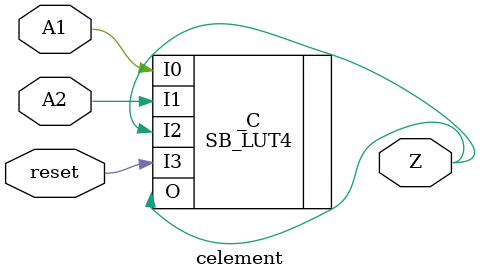
<source format=v>

module celement(input reset, input A1, input A2, output Z);

  SB_LUT4 #( .LUT_INIT(16'h00E8) ) _C (
        .O(Z),
        .I0(A1),
        .I1(A2),
        .I2(Z),
        .I3(reset)
  );

endmodule

</source>
